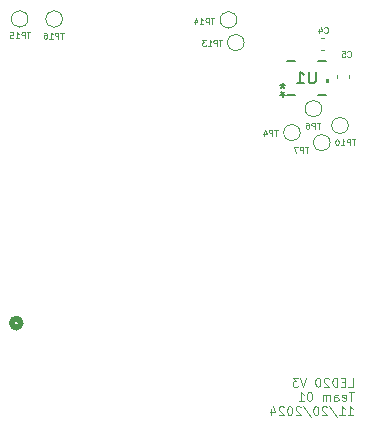
<source format=gbr>
%TF.GenerationSoftware,KiCad,Pcbnew,8.0.6*%
%TF.CreationDate,2024-11-21T01:25:50-08:00*%
%TF.ProjectId,LED20,4c454432-302e-46b6-9963-61645f706362,2*%
%TF.SameCoordinates,Original*%
%TF.FileFunction,Legend,Bot*%
%TF.FilePolarity,Positive*%
%FSLAX46Y46*%
G04 Gerber Fmt 4.6, Leading zero omitted, Abs format (unit mm)*
G04 Created by KiCad (PCBNEW 8.0.6) date 2024-11-21 01:25:50*
%MOMM*%
%LPD*%
G01*
G04 APERTURE LIST*
%ADD10C,0.125000*%
%ADD11C,0.100000*%
%ADD12C,0.150000*%
%ADD13C,0.508000*%
%ADD14C,0.120000*%
%ADD15C,0.152400*%
%ADD16C,0.000000*%
G04 APERTURE END LIST*
D10*
X137281971Y-65343245D02*
X136996257Y-65343245D01*
X137139114Y-65843245D02*
X137139114Y-65343245D01*
X136829591Y-65843245D02*
X136829591Y-65343245D01*
X136829591Y-65343245D02*
X136639115Y-65343245D01*
X136639115Y-65343245D02*
X136591496Y-65367055D01*
X136591496Y-65367055D02*
X136567686Y-65390864D01*
X136567686Y-65390864D02*
X136543877Y-65438483D01*
X136543877Y-65438483D02*
X136543877Y-65509912D01*
X136543877Y-65509912D02*
X136567686Y-65557531D01*
X136567686Y-65557531D02*
X136591496Y-65581340D01*
X136591496Y-65581340D02*
X136639115Y-65605150D01*
X136639115Y-65605150D02*
X136829591Y-65605150D01*
X136067686Y-65843245D02*
X136353400Y-65843245D01*
X136210543Y-65843245D02*
X136210543Y-65343245D01*
X136210543Y-65343245D02*
X136258162Y-65414674D01*
X136258162Y-65414674D02*
X136305781Y-65462293D01*
X136305781Y-65462293D02*
X136353400Y-65486102D01*
X135639115Y-65343245D02*
X135734353Y-65343245D01*
X135734353Y-65343245D02*
X135781972Y-65367055D01*
X135781972Y-65367055D02*
X135805782Y-65390864D01*
X135805782Y-65390864D02*
X135853401Y-65462293D01*
X135853401Y-65462293D02*
X135877210Y-65557531D01*
X135877210Y-65557531D02*
X135877210Y-65748007D01*
X135877210Y-65748007D02*
X135853401Y-65795626D01*
X135853401Y-65795626D02*
X135829591Y-65819436D01*
X135829591Y-65819436D02*
X135781972Y-65843245D01*
X135781972Y-65843245D02*
X135686734Y-65843245D01*
X135686734Y-65843245D02*
X135639115Y-65819436D01*
X135639115Y-65819436D02*
X135615306Y-65795626D01*
X135615306Y-65795626D02*
X135591496Y-65748007D01*
X135591496Y-65748007D02*
X135591496Y-65628959D01*
X135591496Y-65628959D02*
X135615306Y-65581340D01*
X135615306Y-65581340D02*
X135639115Y-65557531D01*
X135639115Y-65557531D02*
X135686734Y-65533721D01*
X135686734Y-65533721D02*
X135781972Y-65533721D01*
X135781972Y-65533721D02*
X135829591Y-65557531D01*
X135829591Y-65557531D02*
X135853401Y-65581340D01*
X135853401Y-65581340D02*
X135877210Y-65628959D01*
X134432629Y-65326963D02*
X134146915Y-65326963D01*
X134289772Y-65826963D02*
X134289772Y-65326963D01*
X133980249Y-65826963D02*
X133980249Y-65326963D01*
X133980249Y-65326963D02*
X133789773Y-65326963D01*
X133789773Y-65326963D02*
X133742154Y-65350773D01*
X133742154Y-65350773D02*
X133718344Y-65374582D01*
X133718344Y-65374582D02*
X133694535Y-65422201D01*
X133694535Y-65422201D02*
X133694535Y-65493630D01*
X133694535Y-65493630D02*
X133718344Y-65541249D01*
X133718344Y-65541249D02*
X133742154Y-65565058D01*
X133742154Y-65565058D02*
X133789773Y-65588868D01*
X133789773Y-65588868D02*
X133980249Y-65588868D01*
X133218344Y-65826963D02*
X133504058Y-65826963D01*
X133361201Y-65826963D02*
X133361201Y-65326963D01*
X133361201Y-65326963D02*
X133408820Y-65398392D01*
X133408820Y-65398392D02*
X133456439Y-65446011D01*
X133456439Y-65446011D02*
X133504058Y-65469820D01*
X132765964Y-65326963D02*
X133004059Y-65326963D01*
X133004059Y-65326963D02*
X133027868Y-65565058D01*
X133027868Y-65565058D02*
X133004059Y-65541249D01*
X133004059Y-65541249D02*
X132956440Y-65517439D01*
X132956440Y-65517439D02*
X132837392Y-65517439D01*
X132837392Y-65517439D02*
X132789773Y-65541249D01*
X132789773Y-65541249D02*
X132765964Y-65565058D01*
X132765964Y-65565058D02*
X132742154Y-65612677D01*
X132742154Y-65612677D02*
X132742154Y-65731725D01*
X132742154Y-65731725D02*
X132765964Y-65779344D01*
X132765964Y-65779344D02*
X132789773Y-65803154D01*
X132789773Y-65803154D02*
X132837392Y-65826963D01*
X132837392Y-65826963D02*
X132956440Y-65826963D01*
X132956440Y-65826963D02*
X133004059Y-65803154D01*
X133004059Y-65803154D02*
X133027868Y-65779344D01*
D11*
X161384027Y-95313281D02*
X161741170Y-95313281D01*
X161741170Y-95313281D02*
X161741170Y-94563281D01*
X161134027Y-94920424D02*
X160884027Y-94920424D01*
X160776884Y-95313281D02*
X161134027Y-95313281D01*
X161134027Y-95313281D02*
X161134027Y-94563281D01*
X161134027Y-94563281D02*
X160776884Y-94563281D01*
X160455456Y-95313281D02*
X160455456Y-94563281D01*
X160455456Y-94563281D02*
X160276885Y-94563281D01*
X160276885Y-94563281D02*
X160169742Y-94598995D01*
X160169742Y-94598995D02*
X160098313Y-94670424D01*
X160098313Y-94670424D02*
X160062599Y-94741852D01*
X160062599Y-94741852D02*
X160026885Y-94884709D01*
X160026885Y-94884709D02*
X160026885Y-94991852D01*
X160026885Y-94991852D02*
X160062599Y-95134709D01*
X160062599Y-95134709D02*
X160098313Y-95206138D01*
X160098313Y-95206138D02*
X160169742Y-95277567D01*
X160169742Y-95277567D02*
X160276885Y-95313281D01*
X160276885Y-95313281D02*
X160455456Y-95313281D01*
X159741170Y-94634709D02*
X159705456Y-94598995D01*
X159705456Y-94598995D02*
X159634028Y-94563281D01*
X159634028Y-94563281D02*
X159455456Y-94563281D01*
X159455456Y-94563281D02*
X159384028Y-94598995D01*
X159384028Y-94598995D02*
X159348313Y-94634709D01*
X159348313Y-94634709D02*
X159312599Y-94706138D01*
X159312599Y-94706138D02*
X159312599Y-94777567D01*
X159312599Y-94777567D02*
X159348313Y-94884709D01*
X159348313Y-94884709D02*
X159776885Y-95313281D01*
X159776885Y-95313281D02*
X159312599Y-95313281D01*
X158848313Y-94563281D02*
X158776884Y-94563281D01*
X158776884Y-94563281D02*
X158705456Y-94598995D01*
X158705456Y-94598995D02*
X158669742Y-94634709D01*
X158669742Y-94634709D02*
X158634027Y-94706138D01*
X158634027Y-94706138D02*
X158598313Y-94848995D01*
X158598313Y-94848995D02*
X158598313Y-95027567D01*
X158598313Y-95027567D02*
X158634027Y-95170424D01*
X158634027Y-95170424D02*
X158669742Y-95241852D01*
X158669742Y-95241852D02*
X158705456Y-95277567D01*
X158705456Y-95277567D02*
X158776884Y-95313281D01*
X158776884Y-95313281D02*
X158848313Y-95313281D01*
X158848313Y-95313281D02*
X158919742Y-95277567D01*
X158919742Y-95277567D02*
X158955456Y-95241852D01*
X158955456Y-95241852D02*
X158991170Y-95170424D01*
X158991170Y-95170424D02*
X159026884Y-95027567D01*
X159026884Y-95027567D02*
X159026884Y-94848995D01*
X159026884Y-94848995D02*
X158991170Y-94706138D01*
X158991170Y-94706138D02*
X158955456Y-94634709D01*
X158955456Y-94634709D02*
X158919742Y-94598995D01*
X158919742Y-94598995D02*
X158848313Y-94563281D01*
X157812598Y-94563281D02*
X157562598Y-95313281D01*
X157562598Y-95313281D02*
X157312598Y-94563281D01*
X157134027Y-94563281D02*
X156669741Y-94563281D01*
X156669741Y-94563281D02*
X156919741Y-94848995D01*
X156919741Y-94848995D02*
X156812598Y-94848995D01*
X156812598Y-94848995D02*
X156741170Y-94884709D01*
X156741170Y-94884709D02*
X156705455Y-94920424D01*
X156705455Y-94920424D02*
X156669741Y-94991852D01*
X156669741Y-94991852D02*
X156669741Y-95170424D01*
X156669741Y-95170424D02*
X156705455Y-95241852D01*
X156705455Y-95241852D02*
X156741170Y-95277567D01*
X156741170Y-95277567D02*
X156812598Y-95313281D01*
X156812598Y-95313281D02*
X157026884Y-95313281D01*
X157026884Y-95313281D02*
X157098312Y-95277567D01*
X157098312Y-95277567D02*
X157134027Y-95241852D01*
X161848313Y-95770739D02*
X161419742Y-95770739D01*
X161634027Y-96520739D02*
X161634027Y-95770739D01*
X160884027Y-96485025D02*
X160955455Y-96520739D01*
X160955455Y-96520739D02*
X161098313Y-96520739D01*
X161098313Y-96520739D02*
X161169741Y-96485025D01*
X161169741Y-96485025D02*
X161205455Y-96413596D01*
X161205455Y-96413596D02*
X161205455Y-96127882D01*
X161205455Y-96127882D02*
X161169741Y-96056453D01*
X161169741Y-96056453D02*
X161098313Y-96020739D01*
X161098313Y-96020739D02*
X160955455Y-96020739D01*
X160955455Y-96020739D02*
X160884027Y-96056453D01*
X160884027Y-96056453D02*
X160848313Y-96127882D01*
X160848313Y-96127882D02*
X160848313Y-96199310D01*
X160848313Y-96199310D02*
X161205455Y-96270739D01*
X160205456Y-96520739D02*
X160205456Y-96127882D01*
X160205456Y-96127882D02*
X160241170Y-96056453D01*
X160241170Y-96056453D02*
X160312598Y-96020739D01*
X160312598Y-96020739D02*
X160455456Y-96020739D01*
X160455456Y-96020739D02*
X160526884Y-96056453D01*
X160205456Y-96485025D02*
X160276884Y-96520739D01*
X160276884Y-96520739D02*
X160455456Y-96520739D01*
X160455456Y-96520739D02*
X160526884Y-96485025D01*
X160526884Y-96485025D02*
X160562598Y-96413596D01*
X160562598Y-96413596D02*
X160562598Y-96342167D01*
X160562598Y-96342167D02*
X160526884Y-96270739D01*
X160526884Y-96270739D02*
X160455456Y-96235025D01*
X160455456Y-96235025D02*
X160276884Y-96235025D01*
X160276884Y-96235025D02*
X160205456Y-96199310D01*
X159848313Y-96520739D02*
X159848313Y-96020739D01*
X159848313Y-96092167D02*
X159812599Y-96056453D01*
X159812599Y-96056453D02*
X159741170Y-96020739D01*
X159741170Y-96020739D02*
X159634027Y-96020739D01*
X159634027Y-96020739D02*
X159562599Y-96056453D01*
X159562599Y-96056453D02*
X159526885Y-96127882D01*
X159526885Y-96127882D02*
X159526885Y-96520739D01*
X159526885Y-96127882D02*
X159491170Y-96056453D01*
X159491170Y-96056453D02*
X159419742Y-96020739D01*
X159419742Y-96020739D02*
X159312599Y-96020739D01*
X159312599Y-96020739D02*
X159241170Y-96056453D01*
X159241170Y-96056453D02*
X159205456Y-96127882D01*
X159205456Y-96127882D02*
X159205456Y-96520739D01*
X158134027Y-95770739D02*
X158062598Y-95770739D01*
X158062598Y-95770739D02*
X157991170Y-95806453D01*
X157991170Y-95806453D02*
X157955456Y-95842167D01*
X157955456Y-95842167D02*
X157919741Y-95913596D01*
X157919741Y-95913596D02*
X157884027Y-96056453D01*
X157884027Y-96056453D02*
X157884027Y-96235025D01*
X157884027Y-96235025D02*
X157919741Y-96377882D01*
X157919741Y-96377882D02*
X157955456Y-96449310D01*
X157955456Y-96449310D02*
X157991170Y-96485025D01*
X157991170Y-96485025D02*
X158062598Y-96520739D01*
X158062598Y-96520739D02*
X158134027Y-96520739D01*
X158134027Y-96520739D02*
X158205456Y-96485025D01*
X158205456Y-96485025D02*
X158241170Y-96449310D01*
X158241170Y-96449310D02*
X158276884Y-96377882D01*
X158276884Y-96377882D02*
X158312598Y-96235025D01*
X158312598Y-96235025D02*
X158312598Y-96056453D01*
X158312598Y-96056453D02*
X158276884Y-95913596D01*
X158276884Y-95913596D02*
X158241170Y-95842167D01*
X158241170Y-95842167D02*
X158205456Y-95806453D01*
X158205456Y-95806453D02*
X158134027Y-95770739D01*
X157169741Y-96520739D02*
X157598312Y-96520739D01*
X157384027Y-96520739D02*
X157384027Y-95770739D01*
X157384027Y-95770739D02*
X157455455Y-95877882D01*
X157455455Y-95877882D02*
X157526884Y-95949310D01*
X157526884Y-95949310D02*
X157598312Y-95985025D01*
X161348313Y-97728197D02*
X161776884Y-97728197D01*
X161562599Y-97728197D02*
X161562599Y-96978197D01*
X161562599Y-96978197D02*
X161634027Y-97085340D01*
X161634027Y-97085340D02*
X161705456Y-97156768D01*
X161705456Y-97156768D02*
X161776884Y-97192483D01*
X160634027Y-97728197D02*
X161062598Y-97728197D01*
X160848313Y-97728197D02*
X160848313Y-96978197D01*
X160848313Y-96978197D02*
X160919741Y-97085340D01*
X160919741Y-97085340D02*
X160991170Y-97156768D01*
X160991170Y-97156768D02*
X161062598Y-97192483D01*
X159776884Y-96942483D02*
X160419741Y-97906768D01*
X159562598Y-97049625D02*
X159526884Y-97013911D01*
X159526884Y-97013911D02*
X159455456Y-96978197D01*
X159455456Y-96978197D02*
X159276884Y-96978197D01*
X159276884Y-96978197D02*
X159205456Y-97013911D01*
X159205456Y-97013911D02*
X159169741Y-97049625D01*
X159169741Y-97049625D02*
X159134027Y-97121054D01*
X159134027Y-97121054D02*
X159134027Y-97192483D01*
X159134027Y-97192483D02*
X159169741Y-97299625D01*
X159169741Y-97299625D02*
X159598313Y-97728197D01*
X159598313Y-97728197D02*
X159134027Y-97728197D01*
X158669741Y-96978197D02*
X158598312Y-96978197D01*
X158598312Y-96978197D02*
X158526884Y-97013911D01*
X158526884Y-97013911D02*
X158491170Y-97049625D01*
X158491170Y-97049625D02*
X158455455Y-97121054D01*
X158455455Y-97121054D02*
X158419741Y-97263911D01*
X158419741Y-97263911D02*
X158419741Y-97442483D01*
X158419741Y-97442483D02*
X158455455Y-97585340D01*
X158455455Y-97585340D02*
X158491170Y-97656768D01*
X158491170Y-97656768D02*
X158526884Y-97692483D01*
X158526884Y-97692483D02*
X158598312Y-97728197D01*
X158598312Y-97728197D02*
X158669741Y-97728197D01*
X158669741Y-97728197D02*
X158741170Y-97692483D01*
X158741170Y-97692483D02*
X158776884Y-97656768D01*
X158776884Y-97656768D02*
X158812598Y-97585340D01*
X158812598Y-97585340D02*
X158848312Y-97442483D01*
X158848312Y-97442483D02*
X158848312Y-97263911D01*
X158848312Y-97263911D02*
X158812598Y-97121054D01*
X158812598Y-97121054D02*
X158776884Y-97049625D01*
X158776884Y-97049625D02*
X158741170Y-97013911D01*
X158741170Y-97013911D02*
X158669741Y-96978197D01*
X157562598Y-96942483D02*
X158205455Y-97906768D01*
X157348312Y-97049625D02*
X157312598Y-97013911D01*
X157312598Y-97013911D02*
X157241170Y-96978197D01*
X157241170Y-96978197D02*
X157062598Y-96978197D01*
X157062598Y-96978197D02*
X156991170Y-97013911D01*
X156991170Y-97013911D02*
X156955455Y-97049625D01*
X156955455Y-97049625D02*
X156919741Y-97121054D01*
X156919741Y-97121054D02*
X156919741Y-97192483D01*
X156919741Y-97192483D02*
X156955455Y-97299625D01*
X156955455Y-97299625D02*
X157384027Y-97728197D01*
X157384027Y-97728197D02*
X156919741Y-97728197D01*
X156455455Y-96978197D02*
X156384026Y-96978197D01*
X156384026Y-96978197D02*
X156312598Y-97013911D01*
X156312598Y-97013911D02*
X156276884Y-97049625D01*
X156276884Y-97049625D02*
X156241169Y-97121054D01*
X156241169Y-97121054D02*
X156205455Y-97263911D01*
X156205455Y-97263911D02*
X156205455Y-97442483D01*
X156205455Y-97442483D02*
X156241169Y-97585340D01*
X156241169Y-97585340D02*
X156276884Y-97656768D01*
X156276884Y-97656768D02*
X156312598Y-97692483D01*
X156312598Y-97692483D02*
X156384026Y-97728197D01*
X156384026Y-97728197D02*
X156455455Y-97728197D01*
X156455455Y-97728197D02*
X156526884Y-97692483D01*
X156526884Y-97692483D02*
X156562598Y-97656768D01*
X156562598Y-97656768D02*
X156598312Y-97585340D01*
X156598312Y-97585340D02*
X156634026Y-97442483D01*
X156634026Y-97442483D02*
X156634026Y-97263911D01*
X156634026Y-97263911D02*
X156598312Y-97121054D01*
X156598312Y-97121054D02*
X156562598Y-97049625D01*
X156562598Y-97049625D02*
X156526884Y-97013911D01*
X156526884Y-97013911D02*
X156455455Y-96978197D01*
X155919740Y-97049625D02*
X155884026Y-97013911D01*
X155884026Y-97013911D02*
X155812598Y-96978197D01*
X155812598Y-96978197D02*
X155634026Y-96978197D01*
X155634026Y-96978197D02*
X155562598Y-97013911D01*
X155562598Y-97013911D02*
X155526883Y-97049625D01*
X155526883Y-97049625D02*
X155491169Y-97121054D01*
X155491169Y-97121054D02*
X155491169Y-97192483D01*
X155491169Y-97192483D02*
X155526883Y-97299625D01*
X155526883Y-97299625D02*
X155955455Y-97728197D01*
X155955455Y-97728197D02*
X155491169Y-97728197D01*
X154848312Y-97228197D02*
X154848312Y-97728197D01*
X155026883Y-96942483D02*
X155205454Y-97478197D01*
X155205454Y-97478197D02*
X154741169Y-97478197D01*
D10*
X161976365Y-74377938D02*
X161690651Y-74377938D01*
X161833508Y-74877938D02*
X161833508Y-74377938D01*
X161523985Y-74877938D02*
X161523985Y-74377938D01*
X161523985Y-74377938D02*
X161333509Y-74377938D01*
X161333509Y-74377938D02*
X161285890Y-74401748D01*
X161285890Y-74401748D02*
X161262080Y-74425557D01*
X161262080Y-74425557D02*
X161238271Y-74473176D01*
X161238271Y-74473176D02*
X161238271Y-74544605D01*
X161238271Y-74544605D02*
X161262080Y-74592224D01*
X161262080Y-74592224D02*
X161285890Y-74616033D01*
X161285890Y-74616033D02*
X161333509Y-74639843D01*
X161333509Y-74639843D02*
X161523985Y-74639843D01*
X160762080Y-74877938D02*
X161047794Y-74877938D01*
X160904937Y-74877938D02*
X160904937Y-74377938D01*
X160904937Y-74377938D02*
X160952556Y-74449367D01*
X160952556Y-74449367D02*
X161000175Y-74496986D01*
X161000175Y-74496986D02*
X161047794Y-74520795D01*
X160452557Y-74377938D02*
X160404938Y-74377938D01*
X160404938Y-74377938D02*
X160357319Y-74401748D01*
X160357319Y-74401748D02*
X160333509Y-74425557D01*
X160333509Y-74425557D02*
X160309700Y-74473176D01*
X160309700Y-74473176D02*
X160285890Y-74568414D01*
X160285890Y-74568414D02*
X160285890Y-74687462D01*
X160285890Y-74687462D02*
X160309700Y-74782700D01*
X160309700Y-74782700D02*
X160333509Y-74830319D01*
X160333509Y-74830319D02*
X160357319Y-74854129D01*
X160357319Y-74854129D02*
X160404938Y-74877938D01*
X160404938Y-74877938D02*
X160452557Y-74877938D01*
X160452557Y-74877938D02*
X160500176Y-74854129D01*
X160500176Y-74854129D02*
X160523985Y-74830319D01*
X160523985Y-74830319D02*
X160547795Y-74782700D01*
X160547795Y-74782700D02*
X160571604Y-74687462D01*
X160571604Y-74687462D02*
X160571604Y-74568414D01*
X160571604Y-74568414D02*
X160547795Y-74473176D01*
X160547795Y-74473176D02*
X160523985Y-74425557D01*
X160523985Y-74425557D02*
X160500176Y-74401748D01*
X160500176Y-74401748D02*
X160452557Y-74377938D01*
X161312688Y-67354976D02*
X161336497Y-67378786D01*
X161336497Y-67378786D02*
X161407926Y-67402595D01*
X161407926Y-67402595D02*
X161455545Y-67402595D01*
X161455545Y-67402595D02*
X161526973Y-67378786D01*
X161526973Y-67378786D02*
X161574592Y-67331166D01*
X161574592Y-67331166D02*
X161598402Y-67283547D01*
X161598402Y-67283547D02*
X161622211Y-67188309D01*
X161622211Y-67188309D02*
X161622211Y-67116881D01*
X161622211Y-67116881D02*
X161598402Y-67021643D01*
X161598402Y-67021643D02*
X161574592Y-66974024D01*
X161574592Y-66974024D02*
X161526973Y-66926405D01*
X161526973Y-66926405D02*
X161455545Y-66902595D01*
X161455545Y-66902595D02*
X161407926Y-66902595D01*
X161407926Y-66902595D02*
X161336497Y-66926405D01*
X161336497Y-66926405D02*
X161312688Y-66950214D01*
X160860307Y-66902595D02*
X161098402Y-66902595D01*
X161098402Y-66902595D02*
X161122211Y-67140690D01*
X161122211Y-67140690D02*
X161098402Y-67116881D01*
X161098402Y-67116881D02*
X161050783Y-67093071D01*
X161050783Y-67093071D02*
X160931735Y-67093071D01*
X160931735Y-67093071D02*
X160884116Y-67116881D01*
X160884116Y-67116881D02*
X160860307Y-67140690D01*
X160860307Y-67140690D02*
X160836497Y-67188309D01*
X160836497Y-67188309D02*
X160836497Y-67307357D01*
X160836497Y-67307357D02*
X160860307Y-67354976D01*
X160860307Y-67354976D02*
X160884116Y-67378786D01*
X160884116Y-67378786D02*
X160931735Y-67402595D01*
X160931735Y-67402595D02*
X161050783Y-67402595D01*
X161050783Y-67402595D02*
X161098402Y-67378786D01*
X161098402Y-67378786D02*
X161122211Y-67354976D01*
D12*
X158611557Y-68647171D02*
X158611557Y-69456694D01*
X158611557Y-69456694D02*
X158563938Y-69551932D01*
X158563938Y-69551932D02*
X158516319Y-69599552D01*
X158516319Y-69599552D02*
X158421081Y-69647171D01*
X158421081Y-69647171D02*
X158230605Y-69647171D01*
X158230605Y-69647171D02*
X158135367Y-69599552D01*
X158135367Y-69599552D02*
X158087748Y-69551932D01*
X158087748Y-69551932D02*
X158040129Y-69456694D01*
X158040129Y-69456694D02*
X158040129Y-68647171D01*
X157040129Y-69647171D02*
X157611557Y-69647171D01*
X157325843Y-69647171D02*
X157325843Y-68647171D01*
X157325843Y-68647171D02*
X157421081Y-68790028D01*
X157421081Y-68790028D02*
X157516319Y-68885266D01*
X157516319Y-68885266D02*
X157611557Y-68932885D01*
X155817652Y-69647171D02*
X155817652Y-69885266D01*
X156055747Y-69790028D02*
X155817652Y-69885266D01*
X155817652Y-69885266D02*
X155579557Y-69790028D01*
X155960509Y-70075742D02*
X155817652Y-69885266D01*
X155817652Y-69885266D02*
X155674795Y-70075742D01*
X155817653Y-70781232D02*
X155817653Y-70543137D01*
X155579558Y-70638375D02*
X155817653Y-70543137D01*
X155817653Y-70543137D02*
X156055748Y-70638375D01*
X155674796Y-70352661D02*
X155817653Y-70543137D01*
X155817653Y-70543137D02*
X155960510Y-70352661D01*
D10*
X157993044Y-75005463D02*
X157707330Y-75005463D01*
X157850187Y-75505463D02*
X157850187Y-75005463D01*
X157540664Y-75505463D02*
X157540664Y-75005463D01*
X157540664Y-75005463D02*
X157350188Y-75005463D01*
X157350188Y-75005463D02*
X157302569Y-75029273D01*
X157302569Y-75029273D02*
X157278759Y-75053082D01*
X157278759Y-75053082D02*
X157254950Y-75100701D01*
X157254950Y-75100701D02*
X157254950Y-75172130D01*
X157254950Y-75172130D02*
X157278759Y-75219749D01*
X157278759Y-75219749D02*
X157302569Y-75243558D01*
X157302569Y-75243558D02*
X157350188Y-75267368D01*
X157350188Y-75267368D02*
X157540664Y-75267368D01*
X157088283Y-75005463D02*
X156754950Y-75005463D01*
X156754950Y-75005463D02*
X156969235Y-75505463D01*
X150704620Y-65974910D02*
X150418906Y-65974910D01*
X150561763Y-66474910D02*
X150561763Y-65974910D01*
X150252240Y-66474910D02*
X150252240Y-65974910D01*
X150252240Y-65974910D02*
X150061764Y-65974910D01*
X150061764Y-65974910D02*
X150014145Y-65998720D01*
X150014145Y-65998720D02*
X149990335Y-66022529D01*
X149990335Y-66022529D02*
X149966526Y-66070148D01*
X149966526Y-66070148D02*
X149966526Y-66141577D01*
X149966526Y-66141577D02*
X149990335Y-66189196D01*
X149990335Y-66189196D02*
X150014145Y-66213005D01*
X150014145Y-66213005D02*
X150061764Y-66236815D01*
X150061764Y-66236815D02*
X150252240Y-66236815D01*
X149490335Y-66474910D02*
X149776049Y-66474910D01*
X149633192Y-66474910D02*
X149633192Y-65974910D01*
X149633192Y-65974910D02*
X149680811Y-66046339D01*
X149680811Y-66046339D02*
X149728430Y-66093958D01*
X149728430Y-66093958D02*
X149776049Y-66117767D01*
X149323669Y-65974910D02*
X149014145Y-65974910D01*
X149014145Y-65974910D02*
X149180812Y-66165386D01*
X149180812Y-66165386D02*
X149109383Y-66165386D01*
X149109383Y-66165386D02*
X149061764Y-66189196D01*
X149061764Y-66189196D02*
X149037955Y-66213005D01*
X149037955Y-66213005D02*
X149014145Y-66260624D01*
X149014145Y-66260624D02*
X149014145Y-66379672D01*
X149014145Y-66379672D02*
X149037955Y-66427291D01*
X149037955Y-66427291D02*
X149061764Y-66451101D01*
X149061764Y-66451101D02*
X149109383Y-66474910D01*
X149109383Y-66474910D02*
X149252240Y-66474910D01*
X149252240Y-66474910D02*
X149299859Y-66451101D01*
X149299859Y-66451101D02*
X149323669Y-66427291D01*
X150010391Y-64142887D02*
X149724677Y-64142887D01*
X149867534Y-64642887D02*
X149867534Y-64142887D01*
X149558011Y-64642887D02*
X149558011Y-64142887D01*
X149558011Y-64142887D02*
X149367535Y-64142887D01*
X149367535Y-64142887D02*
X149319916Y-64166697D01*
X149319916Y-64166697D02*
X149296106Y-64190506D01*
X149296106Y-64190506D02*
X149272297Y-64238125D01*
X149272297Y-64238125D02*
X149272297Y-64309554D01*
X149272297Y-64309554D02*
X149296106Y-64357173D01*
X149296106Y-64357173D02*
X149319916Y-64380982D01*
X149319916Y-64380982D02*
X149367535Y-64404792D01*
X149367535Y-64404792D02*
X149558011Y-64404792D01*
X148796106Y-64642887D02*
X149081820Y-64642887D01*
X148938963Y-64642887D02*
X148938963Y-64142887D01*
X148938963Y-64142887D02*
X148986582Y-64214316D01*
X148986582Y-64214316D02*
X149034201Y-64261935D01*
X149034201Y-64261935D02*
X149081820Y-64285744D01*
X148367535Y-64309554D02*
X148367535Y-64642887D01*
X148486583Y-64119078D02*
X148605630Y-64476220D01*
X148605630Y-64476220D02*
X148296107Y-64476220D01*
X155415431Y-73578804D02*
X155129717Y-73578804D01*
X155272574Y-74078804D02*
X155272574Y-73578804D01*
X154963051Y-74078804D02*
X154963051Y-73578804D01*
X154963051Y-73578804D02*
X154772575Y-73578804D01*
X154772575Y-73578804D02*
X154724956Y-73602614D01*
X154724956Y-73602614D02*
X154701146Y-73626423D01*
X154701146Y-73626423D02*
X154677337Y-73674042D01*
X154677337Y-73674042D02*
X154677337Y-73745471D01*
X154677337Y-73745471D02*
X154701146Y-73793090D01*
X154701146Y-73793090D02*
X154724956Y-73816899D01*
X154724956Y-73816899D02*
X154772575Y-73840709D01*
X154772575Y-73840709D02*
X154963051Y-73840709D01*
X154248765Y-73745471D02*
X154248765Y-74078804D01*
X154367813Y-73554995D02*
X154486860Y-73912137D01*
X154486860Y-73912137D02*
X154177337Y-73912137D01*
X159003959Y-72970505D02*
X158718245Y-72970505D01*
X158861102Y-73470505D02*
X158861102Y-72970505D01*
X158551579Y-73470505D02*
X158551579Y-72970505D01*
X158551579Y-72970505D02*
X158361103Y-72970505D01*
X158361103Y-72970505D02*
X158313484Y-72994315D01*
X158313484Y-72994315D02*
X158289674Y-73018124D01*
X158289674Y-73018124D02*
X158265865Y-73065743D01*
X158265865Y-73065743D02*
X158265865Y-73137172D01*
X158265865Y-73137172D02*
X158289674Y-73184791D01*
X158289674Y-73184791D02*
X158313484Y-73208600D01*
X158313484Y-73208600D02*
X158361103Y-73232410D01*
X158361103Y-73232410D02*
X158551579Y-73232410D01*
X157837293Y-72970505D02*
X157932531Y-72970505D01*
X157932531Y-72970505D02*
X157980150Y-72994315D01*
X157980150Y-72994315D02*
X158003960Y-73018124D01*
X158003960Y-73018124D02*
X158051579Y-73089553D01*
X158051579Y-73089553D02*
X158075388Y-73184791D01*
X158075388Y-73184791D02*
X158075388Y-73375267D01*
X158075388Y-73375267D02*
X158051579Y-73422886D01*
X158051579Y-73422886D02*
X158027769Y-73446696D01*
X158027769Y-73446696D02*
X157980150Y-73470505D01*
X157980150Y-73470505D02*
X157884912Y-73470505D01*
X157884912Y-73470505D02*
X157837293Y-73446696D01*
X157837293Y-73446696D02*
X157813484Y-73422886D01*
X157813484Y-73422886D02*
X157789674Y-73375267D01*
X157789674Y-73375267D02*
X157789674Y-73256219D01*
X157789674Y-73256219D02*
X157813484Y-73208600D01*
X157813484Y-73208600D02*
X157837293Y-73184791D01*
X157837293Y-73184791D02*
X157884912Y-73160981D01*
X157884912Y-73160981D02*
X157980150Y-73160981D01*
X157980150Y-73160981D02*
X158027769Y-73184791D01*
X158027769Y-73184791D02*
X158051579Y-73208600D01*
X158051579Y-73208600D02*
X158075388Y-73256219D01*
X159358854Y-65327873D02*
X159382663Y-65351683D01*
X159382663Y-65351683D02*
X159454092Y-65375492D01*
X159454092Y-65375492D02*
X159501711Y-65375492D01*
X159501711Y-65375492D02*
X159573139Y-65351683D01*
X159573139Y-65351683D02*
X159620758Y-65304063D01*
X159620758Y-65304063D02*
X159644568Y-65256444D01*
X159644568Y-65256444D02*
X159668377Y-65161206D01*
X159668377Y-65161206D02*
X159668377Y-65089778D01*
X159668377Y-65089778D02*
X159644568Y-64994540D01*
X159644568Y-64994540D02*
X159620758Y-64946921D01*
X159620758Y-64946921D02*
X159573139Y-64899302D01*
X159573139Y-64899302D02*
X159501711Y-64875492D01*
X159501711Y-64875492D02*
X159454092Y-64875492D01*
X159454092Y-64875492D02*
X159382663Y-64899302D01*
X159382663Y-64899302D02*
X159358854Y-64923111D01*
X158930282Y-65042159D02*
X158930282Y-65375492D01*
X159049330Y-64851683D02*
X159168377Y-65208825D01*
X159168377Y-65208825D02*
X158858854Y-65208825D01*
D13*
%TO.C,LS1*%
X133644955Y-89943829D02*
G75*
G02*
X132882955Y-89943829I-381000J0D01*
G01*
X132882955Y-89943829D02*
G75*
G02*
X133644955Y-89943829I381000J0D01*
G01*
D14*
%TO.C,TP10*%
X161380206Y-73216858D02*
G75*
G02*
X159980206Y-73216858I-700000J0D01*
G01*
X159980206Y-73216858D02*
G75*
G02*
X161380206Y-73216858I700000J0D01*
G01*
%TO.C,TP15*%
X134258215Y-64181695D02*
G75*
G02*
X132858215Y-64181695I-700000J0D01*
G01*
X132858215Y-64181695D02*
G75*
G02*
X134258215Y-64181695I700000J0D01*
G01*
%TO.C,TP16*%
X137173277Y-64192789D02*
G75*
G02*
X135773277Y-64192789I-700000J0D01*
G01*
X135773277Y-64192789D02*
G75*
G02*
X137173277Y-64192789I700000J0D01*
G01*
%TO.C,C5*%
X161460275Y-69187331D02*
X161460275Y-68906171D01*
X160440275Y-69187331D02*
X160440275Y-68906171D01*
D15*
%TO.C,U1*%
X156173253Y-70614752D02*
X156892640Y-70614752D01*
X156892640Y-67769952D02*
X156173253Y-67769952D01*
X158806666Y-70614752D02*
X159526053Y-70614752D01*
X159526053Y-67769952D02*
X158806666Y-67769952D01*
D16*
G36*
X159754653Y-69632852D02*
G01*
X159500653Y-69632852D01*
X159500653Y-69251851D01*
X159754653Y-69251851D01*
X159754653Y-69632852D01*
G37*
D14*
%TO.C,TP7*%
X159840756Y-74664675D02*
G75*
G02*
X158440756Y-74664675I-700000J0D01*
G01*
X158440756Y-74664675D02*
G75*
G02*
X159840756Y-74664675I700000J0D01*
G01*
%TO.C,TP13*%
X152557879Y-66189222D02*
G75*
G02*
X151157879Y-66189222I-700000J0D01*
G01*
X151157879Y-66189222D02*
G75*
G02*
X152557879Y-66189222I700000J0D01*
G01*
%TO.C,TP14*%
X151941689Y-64264802D02*
G75*
G02*
X150541689Y-64264802I-700000J0D01*
G01*
X150541689Y-64264802D02*
G75*
G02*
X151941689Y-64264802I700000J0D01*
G01*
%TO.C,TP4*%
X157308313Y-73814663D02*
G75*
G02*
X155908313Y-73814663I-700000J0D01*
G01*
X155908313Y-73814663D02*
G75*
G02*
X157308313Y-73814663I700000J0D01*
G01*
%TO.C,TP6*%
X159130138Y-71791608D02*
G75*
G02*
X157730138Y-71791608I-700000J0D01*
G01*
X157730138Y-71791608D02*
G75*
G02*
X159130138Y-71791608I700000J0D01*
G01*
%TO.C,C4*%
X159052350Y-66795353D02*
X159333510Y-66795353D01*
X159052350Y-65775353D02*
X159333510Y-65775353D01*
%TD*%
M02*

</source>
